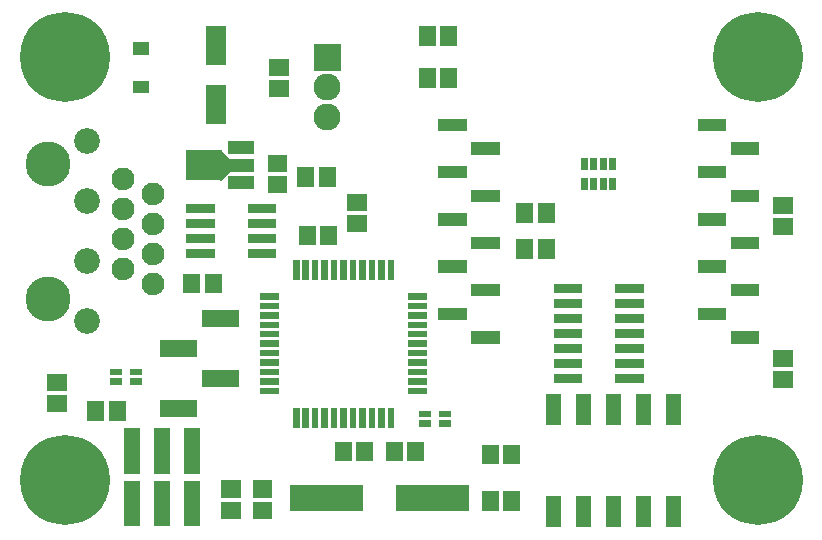
<source format=gbr>
G04 start of page 6 for group -4063 idx -4063 *
G04 Title: (unknown), componentmask *
G04 Creator: pcb 20140316 *
G04 CreationDate: Thu 27 Apr 2017 04:48:59 AM GMT UTC *
G04 For: railfan *
G04 Format: Gerber/RS-274X *
G04 PCB-Dimensions (mil): 2650.00 1750.00 *
G04 PCB-Coordinate-Origin: lower left *
%MOIN*%
%FSLAX25Y25*%
%LNTOPMASK*%
%ADD82R,0.0520X0.0520*%
%ADD81R,0.0847X0.0847*%
%ADD80R,0.1005X0.1005*%
%ADD79R,0.0438X0.0438*%
%ADD78R,0.0300X0.0300*%
%ADD77R,0.0410X0.0410*%
%ADD76R,0.0690X0.0690*%
%ADD75R,0.0420X0.0420*%
%ADD74R,0.0217X0.0217*%
%ADD73R,0.0227X0.0227*%
%ADD72R,0.0560X0.0560*%
%ADD71R,0.0572X0.0572*%
%ADD70C,0.0760*%
%ADD69C,0.1500*%
%ADD68C,0.0860*%
%ADD67C,0.2997*%
%ADD66C,0.0001*%
%ADD65C,0.0900*%
G54D65*X104500Y138000D03*
Y148000D03*
G54D66*G36*
X100000Y162500D02*Y153500D01*
X109000D01*
Y162500D01*
X100000D01*
G37*
G54D67*X17000Y158000D03*
G54D68*X24500Y130000D03*
Y110000D03*
G54D69*X11500Y122500D03*
G54D70*X36500Y117500D03*
X46500Y112500D03*
Y102500D03*
Y92500D03*
Y82500D03*
X36500Y107500D03*
Y97500D03*
Y87500D03*
G54D67*X17000Y17000D03*
G54D68*X24500Y90000D03*
Y70000D03*
G54D69*X11500Y77500D03*
G54D67*X248000Y17000D03*
Y158000D03*
G54D71*X27457Y40393D02*Y39607D01*
G54D72*X51587Y41000D02*X58240D01*
G54D71*X34543Y40393D02*Y39607D01*
G54D73*X33217Y53075D02*X35087D01*
X33217Y49925D02*X35087D01*
X39913D02*X41783D01*
X39913Y53075D02*X41783D01*
G54D71*X14107Y49543D02*X14893D01*
X14107Y42457D02*X14893D01*
G54D72*X51587Y61000D02*X58240D01*
X65760Y51000D02*X72413D01*
X39500Y14004D02*Y4516D01*
X49500Y14004D02*Y4516D01*
X59500Y14004D02*Y4516D01*
Y31484D02*Y21996D01*
X49500Y31484D02*Y21996D01*
X39500Y31484D02*Y21996D01*
G54D71*X97957Y98893D02*Y98107D01*
X105043Y98893D02*Y98107D01*
G54D74*X103701Y89398D02*Y84972D01*
X100552Y89398D02*Y84972D01*
X97402Y89398D02*Y84972D01*
X106851Y89398D02*Y84972D01*
X94252Y89398D02*Y84972D01*
G54D71*X104543Y118393D02*Y117607D01*
X97457Y118393D02*Y117607D01*
X114107Y102457D02*X114893D01*
X114107Y109543D02*X114893D01*
G54D75*X41900Y160900D02*X43100D01*
X41900Y148000D02*X43100D01*
G54D76*X67500Y164992D02*Y158693D01*
Y145307D02*Y139008D01*
G54D71*X88107Y154543D02*X88893D01*
X88107Y147457D02*X88893D01*
X145043Y165393D02*Y164607D01*
X137957Y165393D02*Y164607D01*
Y151393D02*Y150607D01*
X145043Y151393D02*Y150607D01*
G54D77*X143445Y135433D02*X148957D01*
G54D78*X79500Y92500D02*X86000D01*
X59000D02*X65500D01*
X79500Y97500D02*X86000D01*
X59000D02*X65500D01*
X79500Y102500D02*X86000D01*
X79500Y107500D02*X86000D01*
G54D71*X87607Y115457D02*X88393D01*
X87607Y122543D02*X88393D01*
G54D78*X59000Y107500D02*X65500D01*
X59000Y102500D02*X65500D01*
G54D71*X66543Y82893D02*Y82107D01*
X59457Y82893D02*Y82107D01*
G54D72*X65760Y71000D02*X72413D01*
G54D79*X73811Y116094D02*X77905D01*
X66095Y122000D02*X77905D01*
G54D80*X62471D02*X64361D01*
G54D66*G36*
X67242Y118695D02*X70506Y121959D01*
X72350Y120115D01*
X69086Y116851D01*
X67242Y118695D01*
G37*
G36*
X69086Y127149D02*X72350Y123885D01*
X70506Y122041D01*
X67242Y125305D01*
X69086Y127149D01*
G37*
G54D79*X73811Y127906D02*X77905D01*
G54D71*X170457Y106393D02*Y105607D01*
X177543Y106393D02*Y105607D01*
X170457Y94393D02*Y93607D01*
X177543Y94393D02*Y93607D01*
G54D73*X190276Y116587D02*Y114717D01*
X193425Y116587D02*Y114717D01*
X196575Y116587D02*Y114717D01*
X199724Y116587D02*Y114717D01*
Y123283D02*Y121413D01*
X196575Y123283D02*Y121413D01*
X193425Y123283D02*Y121413D01*
X190276Y123283D02*Y121413D01*
G54D77*X143445Y119685D02*X148957D01*
X143445Y103937D02*X148957D01*
X143445Y88189D02*X148957D01*
X154429Y96063D02*X159941D01*
X154429Y111811D02*X159941D01*
X154429Y127559D02*X159941D01*
X230059Y135433D02*X235571D01*
X230059Y119685D02*X235571D01*
X230059Y103937D02*X235571D01*
X230059Y88189D02*X235571D01*
X230059Y72441D02*X235571D01*
X241043Y64567D02*X246555D01*
X241043Y80315D02*X246555D01*
X241043Y96063D02*X246555D01*
X241043Y111811D02*X246555D01*
X241043Y127559D02*X246555D01*
G54D71*X256107Y101457D02*X256893D01*
X256107Y108543D02*X256893D01*
G54D74*X132472Y46752D02*X136898D01*
X132472Y49901D02*X136898D01*
X132472Y53051D02*X136898D01*
X132472Y56200D02*X136898D01*
X132472Y59350D02*X136898D01*
X132472Y62500D02*X136898D01*
X132472Y65649D02*X136898D01*
X132472Y68799D02*X136898D01*
X132472Y71948D02*X136898D01*
X132472Y75098D02*X136898D01*
X132472Y78248D02*X136898D01*
X125748Y89398D02*Y84972D01*
X122599Y89398D02*Y84972D01*
X119449Y89398D02*Y84972D01*
X116300Y89398D02*Y84972D01*
X113150Y89398D02*Y84972D01*
X110000Y89398D02*Y84972D01*
X94252Y40028D02*Y35602D01*
X97401Y40028D02*Y35602D01*
X100551Y40028D02*Y35602D01*
X103700Y40028D02*Y35602D01*
G54D81*X96409Y11000D02*X112157D01*
G54D71*X109957Y26893D02*Y26107D01*
G54D74*X83102Y78248D02*X87528D01*
X83102Y75099D02*X87528D01*
X83102Y71949D02*X87528D01*
X83102Y68800D02*X87528D01*
X83102Y65650D02*X87528D01*
X83102Y62500D02*X87528D01*
X83102Y59351D02*X87528D01*
X83102Y56201D02*X87528D01*
X83102Y53052D02*X87528D01*
X83102Y49902D02*X87528D01*
X83102Y46752D02*X87528D01*
G54D71*X72107Y6957D02*X72893D01*
X72107Y14043D02*X72893D01*
X82607Y6957D02*X83393D01*
X82607Y14043D02*X83393D01*
G54D74*X106850Y40028D02*Y35602D01*
X110000Y40028D02*Y35602D01*
X113149Y40028D02*Y35602D01*
X116299Y40028D02*Y35602D01*
X119448Y40028D02*Y35602D01*
X122598Y40028D02*Y35602D01*
X125748Y40028D02*Y35602D01*
G54D73*X136217Y39075D02*X138087D01*
X136217Y35925D02*X138087D01*
X142913D02*X144783D01*
X142913Y39075D02*X144783D01*
G54D81*X131843Y11000D02*X147591D01*
G54D71*X134043Y26893D02*Y26107D01*
X126957Y26893D02*Y26107D01*
X117043Y26893D02*Y26107D01*
X158957Y25893D02*Y25107D01*
X166043Y25893D02*Y25107D01*
X158957Y10393D02*Y9607D01*
X166043Y10393D02*Y9607D01*
G54D78*X202000Y51000D02*X208500D01*
X202000Y56000D02*X208500D01*
X202000Y61000D02*X208500D01*
G54D82*X210000Y43050D02*Y37850D01*
X200000Y43050D02*Y37850D01*
G54D78*X202000Y66000D02*X208500D01*
X202000Y71000D02*X208500D01*
G54D82*X190000Y43050D02*Y37850D01*
X180000Y43050D02*Y37850D01*
G54D78*X202000Y76000D02*X208500D01*
X202000Y81000D02*X208500D01*
X181500D02*X188000D01*
X181500Y76000D02*X188000D01*
X181500Y71000D02*X188000D01*
X181500Y66000D02*X188000D01*
X181500Y61000D02*X188000D01*
X181500Y56000D02*X188000D01*
X181500Y51000D02*X188000D01*
G54D77*X143445Y72441D02*X148957D01*
X154429Y64567D02*X159941D01*
X154429Y80315D02*X159941D01*
G54D71*X256107Y50457D02*X256893D01*
X256107Y57543D02*X256893D01*
G54D82*X220000Y43050D02*Y37850D01*
Y9150D02*Y3950D01*
X210000Y9150D02*Y3950D01*
X200000Y9150D02*Y3950D01*
X190000Y9150D02*Y3950D01*
X180000Y9150D02*Y3950D01*
M02*

</source>
